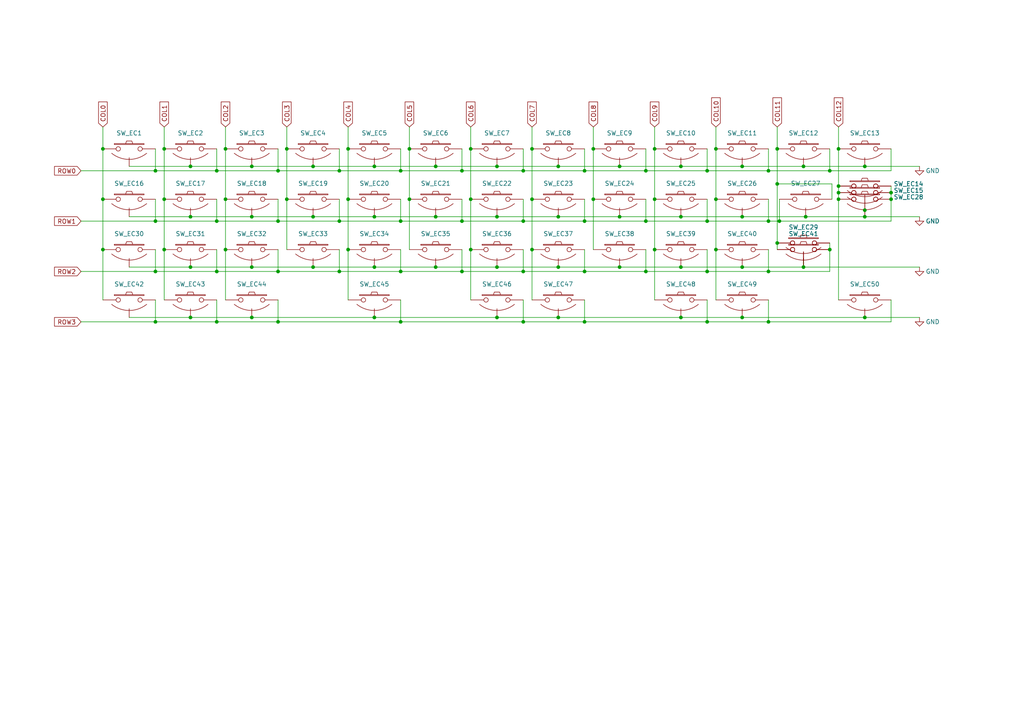
<source format=kicad_sch>
(kicad_sch (version 20230121) (generator eeschema)
  (paper "A4")
  (lib_symbols
    (symbol "cipulot_parts:EC_SW" (pin_numbers hide) (pin_names (offset 1.016) hide)
      (property "Reference" "SW" (at 3.81 2.794 0))
      (property "Value" "EC_SW" (at -3.81 3.81 0))
      (symbol "EC_SW_0_1"
        (arc (start -5.08 -1.27) (mid 0 -3.052) (end 5.08 -1.27))
        (rectangle (start -4.318 1.27) (end 4.318 1.524))
        (polyline (pts (xy -1.016 1.524) (xy -0.762 2.286) (xy 0.762 2.286) (xy 1.016 1.524)))
        (pin passive inverted (at -7.62 0 0) (length 5.08) (name "1") (number "1"))
        (pin passive inverted (at 7.62 0 180) (length 5.08) (name "2") (number "2"))
      )
      (symbol "EC_SW_1_1"
        (pin input line (at 0 -5.08 90) (length 2.54) (name "SG") (number "3"))
      )
    )
    (symbol "power:GND" (power) (pin_names (offset 0))
      (property "Value" "GND" (at 0 -3.81 0))
      (symbol "GND_0_1"
        (polyline (pts (xy 0 0) (xy 0 -1.27) (xy 1.27 -1.27) (xy 0 -2.54) (xy -1.27 -1.27) (xy 0 -1.27)))
      )
      (symbol "GND_1_1"
        (pin power_in line (at 0 0 270) (length 0) hide (name "GND") (number "1"))
      )
    )
  )
  (junction (at 179.705 62.865))
  (junction (at 136.525 57.785))
  (junction (at 222.885 78.74))
  (junction (at 179.705 77.47))
  (junction (at 80.645 49.53))
  (junction (at 55.245 92.075))
  (junction (at 187.325 78.74))
  (junction (at 62.865 78.74))
  (junction (at 73.025 62.865))
  (junction (at 197.485 77.47))
  (junction (at 98.425 78.74))
  (junction (at 45.085 49.53))
  (junction (at 151.765 93.345))
  (junction (at 233.68 62.865))
  (junction (at 126.365 77.47))
  (junction (at 80.645 93.345))
  (junction (at 73.025 77.47))
  (junction (at 133.985 78.74))
  (junction (at 243.205 55.88))
  (junction (at 100.965 57.785))
  (junction (at 205.105 49.53))
  (junction (at 116.205 78.74))
  (junction (at 29.845 43.18))
  (junction (at 65.405 43.18))
  (junction (at 29.845 57.785))
  (junction (at 100.965 43.18))
  (junction (at 126.365 62.865))
  (junction (at 73.025 48.26))
  (junction (at 108.585 92.075))
  (junction (at 62.865 93.345))
  (junction (at 154.305 57.785))
  (junction (at 45.085 93.345))
  (junction (at 118.745 57.785))
  (junction (at 116.205 49.53))
  (junction (at 116.205 93.345))
  (junction (at 187.325 64.135))
  (junction (at 233.045 48.26))
  (junction (at 144.145 48.26))
  (junction (at 136.525 43.18))
  (junction (at 161.925 62.865))
  (junction (at 151.765 78.74))
  (junction (at 197.485 92.075))
  (junction (at 225.425 53.34))
  (junction (at 172.085 57.785))
  (junction (at 100.965 72.39))
  (junction (at 83.185 57.785))
  (junction (at 136.525 72.39))
  (junction (at 154.305 72.39))
  (junction (at 118.745 43.18))
  (junction (at 62.865 49.53))
  (junction (at 65.405 72.39))
  (junction (at 83.185 43.18))
  (junction (at 215.265 92.075))
  (junction (at 207.645 72.39))
  (junction (at 108.585 62.865))
  (junction (at 55.245 48.26))
  (junction (at 179.705 48.26))
  (junction (at 161.925 48.26))
  (junction (at 90.805 48.26))
  (junction (at 205.105 93.345))
  (junction (at 250.825 92.075))
  (junction (at 133.985 49.53))
  (junction (at 222.885 49.53))
  (junction (at 169.545 78.74))
  (junction (at 154.305 43.18))
  (junction (at 144.145 62.865))
  (junction (at 243.205 57.785))
  (junction (at 258.445 55.88))
  (junction (at 250.825 48.26))
  (junction (at 80.645 78.74))
  (junction (at 151.765 64.135))
  (junction (at 47.625 57.785))
  (junction (at 133.985 64.135))
  (junction (at 225.425 70.485))
  (junction (at 169.545 49.53))
  (junction (at 243.205 53.975))
  (junction (at 215.265 77.47))
  (junction (at 169.545 64.135))
  (junction (at 233.045 77.47))
  (junction (at 90.805 77.47))
  (junction (at 205.105 78.74))
  (junction (at 207.645 43.18))
  (junction (at 108.585 77.47))
  (junction (at 45.085 64.135))
  (junction (at 258.445 57.785))
  (junction (at 62.865 64.135))
  (junction (at 151.765 49.53))
  (junction (at 161.925 77.47))
  (junction (at 144.145 92.075))
  (junction (at 47.625 43.18))
  (junction (at 189.865 72.39))
  (junction (at 207.645 57.785))
  (junction (at 47.625 72.39))
  (junction (at 144.145 77.47))
  (junction (at 116.205 64.135))
  (junction (at 126.365 48.26))
  (junction (at 90.805 62.865))
  (junction (at 65.405 57.785))
  (junction (at 55.245 77.47))
  (junction (at 197.485 62.865))
  (junction (at 73.025 92.075))
  (junction (at 205.105 64.135))
  (junction (at 222.885 93.345))
  (junction (at 187.325 49.53))
  (junction (at 215.265 48.26))
  (junction (at 45.085 78.74))
  (junction (at 250.825 62.865))
  (junction (at 55.245 62.865))
  (junction (at 172.085 43.18))
  (junction (at 98.425 49.53))
  (junction (at 222.885 64.135))
  (junction (at 161.925 92.075))
  (junction (at 215.265 62.865))
  (junction (at 189.865 57.785))
  (junction (at 226.06 64.135))
  (junction (at 98.425 64.135))
  (junction (at 243.205 43.18))
  (junction (at 225.425 43.18))
  (junction (at 240.665 72.39))
  (junction (at 80.645 64.135))
  (junction (at 197.485 48.26))
  (junction (at 169.545 93.345))
  (junction (at 240.665 49.53))
  (junction (at 189.865 43.18))
  (junction (at 108.585 48.26))
  (junction (at 29.845 72.39))
  (junction (at 250.825 60.96))
  (wire (pts (xy 83.185 72.39) (xy 83.185 57.785)))
  (wire (pts (xy 169.545 86.995) (xy 169.545 93.345)))
  (wire (pts (xy 222.885 86.995) (xy 222.885 93.345)))
  (wire (pts (xy 29.845 43.18) (xy 29.845 57.785)))
  (wire (pts (xy 154.305 36.83) (xy 154.305 43.18)))
  (wire (pts (xy 47.625 57.785) (xy 47.625 72.39)))
  (wire (pts (xy 98.425 43.18) (xy 98.425 49.53)))
  (wire (pts (xy 197.485 77.47) (xy 215.265 77.47)))
  (wire (pts (xy 108.585 77.47) (xy 126.365 77.47)))
  (wire (pts (xy 62.865 57.785) (xy 62.865 64.135)))
  (wire (pts (xy 243.205 53.975) (xy 243.205 55.88)))
  (wire (pts (xy 151.765 43.18) (xy 151.765 49.53)))
  (wire (pts (xy 240.665 72.39) (xy 240.665 78.74)))
  (wire (pts (xy 161.925 62.865) (xy 179.705 62.865)))
  (wire (pts (xy 151.765 57.785) (xy 151.765 64.135)))
  (wire (pts (xy 154.305 57.785) (xy 154.305 72.39)))
  (wire (pts (xy 258.445 55.88) (xy 258.445 57.785)))
  (wire (pts (xy 45.085 93.345) (xy 62.865 93.345)))
  (wire (pts (xy 62.865 64.135) (xy 80.645 64.135)))
  (wire (pts (xy 118.745 57.785) (xy 118.745 72.39)))
  (wire (pts (xy 100.965 43.18) (xy 100.965 57.785)))
  (wire (pts (xy 133.985 49.53) (xy 151.765 49.53)))
  (wire (pts (xy 29.845 72.39) (xy 29.845 86.995)))
  (wire (pts (xy 179.705 48.26) (xy 197.485 48.26)))
  (wire (pts (xy 205.105 93.345) (xy 222.885 93.345)))
  (wire (pts (xy 62.865 43.18) (xy 62.865 49.53)))
  (wire (pts (xy 83.185 43.18) (xy 83.185 57.785)))
  (wire (pts (xy 65.405 43.18) (xy 65.405 57.785)))
  (wire (pts (xy 225.425 70.485) (xy 225.425 72.39)))
  (wire (pts (xy 23.495 64.135) (xy 45.085 64.135)))
  (wire (pts (xy 126.365 62.865) (xy 144.145 62.865)))
  (wire (pts (xy 169.545 78.74) (xy 187.325 78.74)))
  (wire (pts (xy 100.965 36.83) (xy 100.965 43.18)))
  (wire (pts (xy 98.425 72.39) (xy 98.425 78.74)))
  (wire (pts (xy 80.645 93.345) (xy 116.205 93.345)))
  (wire (pts (xy 169.545 49.53) (xy 187.325 49.53)))
  (wire (pts (xy 80.645 64.135) (xy 98.425 64.135)))
  (wire (pts (xy 45.085 86.995) (xy 45.085 93.345)))
  (wire (pts (xy 151.765 78.74) (xy 169.545 78.74)))
  (wire (pts (xy 207.645 72.39) (xy 207.645 86.995)))
  (wire (pts (xy 205.105 64.135) (xy 222.885 64.135)))
  (wire (pts (xy 83.185 36.83) (xy 83.185 43.18)))
  (wire (pts (xy 62.865 93.345) (xy 80.645 93.345)))
  (wire (pts (xy 136.525 43.18) (xy 136.525 57.785)))
  (wire (pts (xy 187.325 64.135) (xy 205.105 64.135)))
  (wire (pts (xy 226.06 57.785) (xy 226.06 64.135)))
  (wire (pts (xy 133.985 64.135) (xy 151.765 64.135)))
  (wire (pts (xy 205.105 86.995) (xy 205.105 93.345)))
  (wire (pts (xy 23.495 49.53) (xy 45.085 49.53)))
  (wire (pts (xy 37.465 92.075) (xy 55.245 92.075)))
  (wire (pts (xy 73.025 77.47) (xy 90.805 77.47)))
  (wire (pts (xy 47.625 72.39) (xy 47.625 86.995)))
  (wire (pts (xy 187.325 78.74) (xy 205.105 78.74)))
  (wire (pts (xy 222.885 49.53) (xy 240.665 49.53)))
  (wire (pts (xy 116.205 78.74) (xy 133.985 78.74)))
  (wire (pts (xy 240.665 70.485) (xy 240.665 72.39)))
  (wire (pts (xy 258.445 86.995) (xy 258.445 93.345)))
  (wire (pts (xy 225.425 53.34) (xy 225.425 70.485)))
  (wire (pts (xy 161.925 92.075) (xy 197.485 92.075)))
  (wire (pts (xy 233.045 77.47) (xy 266.7 77.47)))
  (wire (pts (xy 222.885 64.135) (xy 226.06 64.135)))
  (wire (pts (xy 151.765 93.345) (xy 169.545 93.345)))
  (wire (pts (xy 45.085 78.74) (xy 62.865 78.74)))
  (wire (pts (xy 47.625 36.83) (xy 47.625 43.18)))
  (wire (pts (xy 80.645 57.785) (xy 80.645 64.135)))
  (wire (pts (xy 116.205 49.53) (xy 133.985 49.53)))
  (wire (pts (xy 144.145 77.47) (xy 161.925 77.47)))
  (wire (pts (xy 116.205 86.995) (xy 116.205 93.345)))
  (wire (pts (xy 187.325 57.785) (xy 187.325 64.135)))
  (wire (pts (xy 55.245 77.47) (xy 73.025 77.47)))
  (wire (pts (xy 169.545 43.18) (xy 169.545 49.53)))
  (wire (pts (xy 144.145 62.865) (xy 161.925 62.865)))
  (wire (pts (xy 98.425 78.74) (xy 116.205 78.74)))
  (wire (pts (xy 144.145 48.26) (xy 161.925 48.26)))
  (wire (pts (xy 55.245 92.075) (xy 73.025 92.075)))
  (wire (pts (xy 225.425 43.18) (xy 225.425 53.34)))
  (wire (pts (xy 169.545 72.39) (xy 169.545 78.74)))
  (wire (pts (xy 47.625 43.18) (xy 47.625 57.785)))
  (wire (pts (xy 98.425 49.53) (xy 116.205 49.53)))
  (wire (pts (xy 233.68 62.865) (xy 250.825 62.865)))
  (wire (pts (xy 205.105 78.74) (xy 222.885 78.74)))
  (wire (pts (xy 37.465 48.26) (xy 55.245 48.26)))
  (wire (pts (xy 23.495 78.74) (xy 45.085 78.74)))
  (wire (pts (xy 225.425 36.83) (xy 225.425 43.18)))
  (wire (pts (xy 90.805 62.865) (xy 108.585 62.865)))
  (wire (pts (xy 73.025 92.075) (xy 108.585 92.075)))
  (wire (pts (xy 108.585 48.26) (xy 126.365 48.26)))
  (wire (pts (xy 189.865 43.18) (xy 189.865 57.785)))
  (wire (pts (xy 222.885 43.18) (xy 222.885 49.53)))
  (wire (pts (xy 187.325 43.18) (xy 187.325 49.53)))
  (wire (pts (xy 205.105 43.18) (xy 205.105 49.53)))
  (wire (pts (xy 90.805 48.26) (xy 108.585 48.26)))
  (wire (pts (xy 207.645 43.18) (xy 207.645 57.785)))
  (wire (pts (xy 45.085 49.53) (xy 62.865 49.53)))
  (wire (pts (xy 207.645 57.785) (xy 207.645 72.39)))
  (wire (pts (xy 136.525 72.39) (xy 136.525 86.995)))
  (wire (pts (xy 222.885 78.74) (xy 240.665 78.74)))
  (wire (pts (xy 222.885 72.39) (xy 222.885 78.74)))
  (wire (pts (xy 116.205 93.345) (xy 151.765 93.345)))
  (wire (pts (xy 215.265 62.865) (xy 233.68 62.865)))
  (wire (pts (xy 243.205 43.18) (xy 243.205 53.975)))
  (wire (pts (xy 154.305 72.39) (xy 154.305 86.995)))
  (wire (pts (xy 116.205 64.135) (xy 133.985 64.135)))
  (wire (pts (xy 172.085 57.785) (xy 172.085 72.39)))
  (wire (pts (xy 100.965 57.785) (xy 100.965 72.39)))
  (wire (pts (xy 225.425 53.34) (xy 241.3 53.34)))
  (wire (pts (xy 151.765 72.39) (xy 151.765 78.74)))
  (wire (pts (xy 240.665 43.18) (xy 240.665 49.53)))
  (wire (pts (xy 118.745 36.83) (xy 118.745 43.18)))
  (wire (pts (xy 116.205 57.785) (xy 116.205 64.135)))
  (wire (pts (xy 108.585 92.075) (xy 144.145 92.075)))
  (wire (pts (xy 207.645 36.83) (xy 207.645 43.18)))
  (wire (pts (xy 187.325 49.53) (xy 205.105 49.53)))
  (wire (pts (xy 222.885 57.785) (xy 222.885 64.135)))
  (wire (pts (xy 240.665 49.53) (xy 258.445 49.53)))
  (wire (pts (xy 45.085 64.135) (xy 62.865 64.135)))
  (wire (pts (xy 73.025 48.26) (xy 90.805 48.26)))
  (wire (pts (xy 45.085 72.39) (xy 45.085 78.74)))
  (wire (pts (xy 258.445 43.18) (xy 258.445 49.53)))
  (wire (pts (xy 62.865 72.39) (xy 62.865 78.74)))
  (wire (pts (xy 144.145 92.075) (xy 161.925 92.075)))
  (wire (pts (xy 250.825 60.96) (xy 250.825 62.865)))
  (wire (pts (xy 197.485 62.865) (xy 215.265 62.865)))
  (wire (pts (xy 62.865 49.53) (xy 80.645 49.53)))
  (wire (pts (xy 169.545 64.135) (xy 187.325 64.135)))
  (wire (pts (xy 189.865 57.785) (xy 189.865 72.39)))
  (wire (pts (xy 133.985 57.785) (xy 133.985 64.135)))
  (wire (pts (xy 233.045 75.565) (xy 233.045 77.47)))
  (wire (pts (xy 243.205 36.83) (xy 243.205 43.18)))
  (wire (pts (xy 233.045 48.26) (xy 250.825 48.26)))
  (wire (pts (xy 62.865 78.74) (xy 80.645 78.74)))
  (wire (pts (xy 136.525 57.785) (xy 136.525 72.39)))
  (wire (pts (xy 205.105 72.39) (xy 205.105 78.74)))
  (wire (pts (xy 243.205 55.88) (xy 243.205 57.785)))
  (wire (pts (xy 116.205 43.18) (xy 116.205 49.53)))
  (wire (pts (xy 189.865 36.83) (xy 189.865 43.18)))
  (wire (pts (xy 250.825 62.865) (xy 266.7 62.865)))
  (wire (pts (xy 187.325 72.39) (xy 187.325 78.74)))
  (wire (pts (xy 241.3 53.34) (xy 241.3 57.785)))
  (wire (pts (xy 65.405 72.39) (xy 65.405 86.995)))
  (wire (pts (xy 29.845 57.785) (xy 29.845 72.39)))
  (wire (pts (xy 65.405 57.785) (xy 65.405 72.39)))
  (wire (pts (xy 65.405 36.83) (xy 65.405 43.18)))
  (wire (pts (xy 250.825 48.26) (xy 266.7 48.26)))
  (wire (pts (xy 258.445 53.975) (xy 258.445 55.88)))
  (wire (pts (xy 222.885 93.345) (xy 258.445 93.345)))
  (wire (pts (xy 169.545 93.345) (xy 205.105 93.345)))
  (wire (pts (xy 45.085 43.18) (xy 45.085 49.53)))
  (wire (pts (xy 197.485 92.075) (xy 215.265 92.075)))
  (wire (pts (xy 169.545 57.785) (xy 169.545 64.135)))
  (wire (pts (xy 80.645 86.995) (xy 80.645 93.345)))
  (wire (pts (xy 37.465 77.47) (xy 55.245 77.47)))
  (wire (pts (xy 98.425 64.135) (xy 116.205 64.135)))
  (wire (pts (xy 189.865 72.39) (xy 189.865 86.995)))
  (wire (pts (xy 90.805 77.47) (xy 108.585 77.47)))
  (wire (pts (xy 126.365 77.47) (xy 144.145 77.47)))
  (wire (pts (xy 179.705 62.865) (xy 197.485 62.865)))
  (wire (pts (xy 133.985 43.18) (xy 133.985 49.53)))
  (wire (pts (xy 215.265 77.47) (xy 233.045 77.47)))
  (wire (pts (xy 250.825 92.075) (xy 266.7 92.075)))
  (wire (pts (xy 215.265 92.075) (xy 250.825 92.075)))
  (wire (pts (xy 108.585 62.865) (xy 126.365 62.865)))
  (wire (pts (xy 62.865 86.995) (xy 62.865 93.345)))
  (wire (pts (xy 215.265 48.26) (xy 233.045 48.26)))
  (wire (pts (xy 55.245 48.26) (xy 73.025 48.26)))
  (wire (pts (xy 161.925 77.47) (xy 179.705 77.47)))
  (wire (pts (xy 80.645 43.18) (xy 80.645 49.53)))
  (wire (pts (xy 80.645 49.53) (xy 98.425 49.53)))
  (wire (pts (xy 98.425 57.785) (xy 98.425 64.135)))
  (wire (pts (xy 23.495 93.345) (xy 45.085 93.345)))
  (wire (pts (xy 55.245 62.865) (xy 73.025 62.865)))
  (wire (pts (xy 226.06 64.135) (xy 258.445 64.135)))
  (wire (pts (xy 100.965 72.39) (xy 100.965 86.995)))
  (wire (pts (xy 118.745 43.18) (xy 118.745 57.785)))
  (wire (pts (xy 258.445 57.785) (xy 258.445 64.135)))
  (wire (pts (xy 73.025 62.865) (xy 90.805 62.865)))
  (wire (pts (xy 243.205 57.785) (xy 243.205 86.995)))
  (wire (pts (xy 197.485 48.26) (xy 215.265 48.26)))
  (wire (pts (xy 116.205 72.39) (xy 116.205 78.74)))
  (wire (pts (xy 161.925 48.26) (xy 179.705 48.26)))
  (wire (pts (xy 126.365 48.26) (xy 144.145 48.26)))
  (wire (pts (xy 133.985 72.39) (xy 133.985 78.74)))
  (wire (pts (xy 45.085 57.785) (xy 45.085 64.135)))
  (wire (pts (xy 151.765 49.53) (xy 169.545 49.53)))
  (wire (pts (xy 205.105 57.785) (xy 205.105 64.135)))
  (wire (pts (xy 205.105 49.53) (xy 222.885 49.53)))
  (wire (pts (xy 37.465 62.865) (xy 55.245 62.865)))
  (wire (pts (xy 136.525 36.83) (xy 136.525 43.18)))
  (wire (pts (xy 172.085 36.83) (xy 172.085 43.18)))
  (wire (pts (xy 250.825 59.055) (xy 250.825 60.96)))
  (wire (pts (xy 154.305 43.18) (xy 154.305 57.785)))
  (wire (pts (xy 133.985 78.74) (xy 151.765 78.74)))
  (wire (pts (xy 172.085 43.18) (xy 172.085 57.785)))
  (wire (pts (xy 80.645 72.39) (xy 80.645 78.74)))
  (wire (pts (xy 179.705 77.47) (xy 197.485 77.47)))
  (wire (pts (xy 151.765 64.135) (xy 169.545 64.135)))
  (wire (pts (xy 80.645 78.74) (xy 98.425 78.74)))
  (wire (pts (xy 151.765 86.995) (xy 151.765 93.345)))
  (wire (pts (xy 29.845 36.83) (xy 29.845 43.18)))
  (global_label "COL11" (shape input) (at 225.425 36.83 90) (property "Intersheetrefs" "${INTERSHEET_REFS}" (effects hide)))
  (global_label "COL4" (shape input) (at 100.965 36.83 90) (property "Intersheetrefs" "${INTERSHEET_REFS}" (effects hide)))
  (global_label "ROW3" (shape input) (at 23.495 93.345 180) (property "Intersheetrefs" "${INTERSHEET_REFS}" (effects hide)))
  (global_label "ROW2" (shape input) (at 23.495 78.74 180) (property "Intersheetrefs" "${INTERSHEET_REFS}" (effects hide)))
  (global_label "COL10" (shape input) (at 207.645 36.83 90) (property "Intersheetrefs" "${INTERSHEET_REFS}" (effects hide)))
  (global_label "COL2" (shape input) (at 65.405 36.83 90) (property "Intersheetrefs" "${INTERSHEET_REFS}" (effects hide)))
  (global_label "COL7" (shape input) (at 154.305 36.83 90) (property "Intersheetrefs" "${INTERSHEET_REFS}" (effects hide)))
  (global_label "COL3" (shape input) (at 83.185 36.83 90) (property "Intersheetrefs" "${INTERSHEET_REFS}" (effects hide)))
  (global_label "COL6" (shape input) (at 136.525 36.83 90) (property "Intersheetrefs" "${INTERSHEET_REFS}" (effects hide)))
  (global_label "COL9" (shape input) (at 189.865 36.83 90) (property "Intersheetrefs" "${INTERSHEET_REFS}" (effects hide)))
  (global_label "COL5" (shape input) (at 118.745 36.83 90) (property "Intersheetrefs" "${INTERSHEET_REFS}" (effects hide)))
  (global_label "ROW1" (shape input) (at 23.495 64.135 180) (property "Intersheetrefs" "${INTERSHEET_REFS}" (effects hide)))
  (global_label "COL8" (shape input) (at 172.085 36.83 90) (property "Intersheetrefs" "${INTERSHEET_REFS}" (effects hide)))
  (global_label "ROW0" (shape input) (at 23.495 49.53 180) (property "Intersheetrefs" "${INTERSHEET_REFS}" (effects hide)))
  (global_label "COL0" (shape input) (at 29.845 36.83 90) (property "Intersheetrefs" "${INTERSHEET_REFS}" (effects hide)))
  (global_label "COL12" (shape input) (at 243.205 36.83 90) (property "Intersheetrefs" "${INTERSHEET_REFS}" (effects hide)))
  (global_label "COL1" (shape input) (at 47.625 36.83 90) (property "Intersheetrefs" "${INTERSHEET_REFS}" (effects hide)))
  (symbol (lib_id "cipulot_parts:EC_SW") (at 73.025 86.995 0) (unit 1)
    (property "Reference" "SW_EC41" (at 73.025 82.423 0))
    (property "Value" "Topre" (effects hide))
    (property "Footprint" "cipulot_parts:ecs_pad_1U_no_ring" (effects hide))
    (instances (project "Infernum HS" (path "" (reference "SW_EC44") (unit 1))) (project "ampersand" (path "" (reference "SW_EC41") (unit 1))) (project "forti EC" (path "" (reference "SW_EC3") (unit 1))))
  )
  (symbol (lib_id "power:GND") (at 266.7 62.865 0) (unit 1)
    (property "Reference" "#PWR02" (effects hide))
    (property "Value" "GND" (at 270.51 64.135 0))
    (instances (project "Infernum HS" (path "" (reference "#PWR027") (unit 1))) (project "ampersand" (path "" (reference "#PWR02") (unit 1))) (project "forti EC" (path "" (reference "#PWR014") (unit 1))))
  )
  (symbol (lib_id "cipulot_parts:EC_SW") (at 90.805 57.785 0) (unit 1)
    (property "Reference" "SW_EC17" (at 90.805 53.213 0))
    (property "Value" "Topre" (effects hide))
    (property "Footprint" "cipulot_parts:ecs_pad_1U_no_ring" (effects hide))
    (instances (project "Infernum HS" (path "" (reference "SW_EC19") (unit 1))) (project "ampersand" (path "" (reference "SW_EC17") (unit 1))) (project "forti EC" (path "" (reference "SW_EC4") (unit 1))))
  )
  (symbol (lib_id "cipulot_parts:EC_SW") (at 126.365 57.785 0) (unit 1)
    (property "Reference" "SW_EC19" (at 126.365 53.213 0))
    (property "Value" "Topre" (effects hide))
    (property "Footprint" "cipulot_parts:ecs_pad_1U_no_ring" (effects hide))
    (instances (project "Infernum HS" (path "" (reference "SW_EC21") (unit 1))) (project "ampersand" (path "" (reference "SW_EC19") (unit 1))) (project "forti EC" (path "" (reference "SW_EC6") (unit 1))))
  )
  (symbol (lib_id "cipulot_parts:EC_SW") (at 215.265 86.995 0) (unit 1)
    (property "Reference" "SW_EC49" (at 215.265 82.423 0))
    (property "Value" "Topre" (effects hide))
    (property "Footprint" "cipulot_parts:ecs_pad_1U_no_ring" (effects hide))
    (instances (project "Infernum HS" (path "" (reference "SW_EC49") (unit 1))) (project "ampersand" (path "" (reference "SW_EC49") (unit 1))) (project "forti EC" (path "" (reference "SW_EC11") (unit 1))))
  )
  (symbol (lib_id "cipulot_parts:EC_SW") (at 250.825 55.88 0) (unit 1)
    (property "Reference" "SW_EC44" (at 263.525 55.245 0))
    (property "Value" "Topre" (effects hide))
    (property "Footprint" "cipulot_parts:ecs_pad_1U_no_ring" (effects hide))
    (instances (project "Infernum HS" (path "" (reference "SW_EC15") (unit 1))) (project "ampersand" (path "" (reference "SW_EC44") (unit 1))) (project "forti EC" (path "" (reference "SW_EC12") (unit 1))))
  )
  (symbol (lib_id "cipulot_parts:EC_SW") (at 215.265 72.39 0) (unit 1)
    (property "Reference" "SW_EC37" (at 215.265 67.818 0))
    (property "Value" "Topre" (effects hide))
    (property "Footprint" "cipulot_parts:ecs_pad_1U_no_ring" (effects hide))
    (instances (project "Infernum HS" (path "" (reference "SW_EC40") (unit 1))) (project "ampersand" (path "" (reference "SW_EC37") (unit 1))) (project "forti EC" (path "" (reference "SW_EC11") (unit 1))))
  )
  (symbol (lib_id "cipulot_parts:EC_SW") (at 161.925 86.995 0) (unit 1)
    (property "Reference" "SW_EC45" (at 161.925 82.423 0))
    (property "Value" "Topre" (effects hide))
    (property "Footprint" "cipulot_parts:ecs_pad_1U_no_ring" (effects hide))
    (instances (project "Infernum HS" (path "" (reference "SW_EC47") (unit 1))) (project "ampersand" (path "" (reference "SW_EC45") (unit 1))) (project "forti EC" (path "" (reference "SW_EC7") (unit 1))))
  )
  (symbol (lib_id "cipulot_parts:EC_SW") (at 197.485 72.39 0) (unit 1)
    (property "Reference" "SW_EC36" (at 197.485 67.818 0))
    (property "Value" "Topre" (effects hide))
    (property "Footprint" "cipulot_parts:ecs_pad_1U_no_ring" (effects hide))
    (instances (project "Infernum HS" (path "" (reference "SW_EC39") (unit 1))) (project "ampersand" (path "" (reference "SW_EC36") (unit 1))) (project "forti EC" (path "" (reference "SW_EC10") (unit 1))))
  )
  (symbol (lib_id "cipulot_parts:EC_SW") (at 233.68 57.785 0) (unit 1)
    (property "Reference" "SW_EC25" (at 233.68 53.213 0))
    (property "Value" "Topre" (effects hide))
    (property "Footprint" "cipulot_parts:ecs_pad_1U_no_ring_1u_edge_cut" (effects hide))
    (instances (project "Infernum HS" (path "" (reference "SW_EC27") (unit 1))) (project "ampersand" (path "" (reference "SW_EC25") (unit 1))) (project "forti EC" (path "" (reference "SW_EC12") (unit 1))))
  )
  (symbol (lib_id "cipulot_parts:EC_SW") (at 126.365 43.18 0) (unit 1)
    (property "Reference" "SW_EC6" (at 126.365 38.608 0))
    (property "Value" "Topre" (effects hide))
    (property "Footprint" "cipulot_parts:ecs_pad_1U_no_ring" (effects hide))
  )
  (symbol (lib_id "cipulot_parts:EC_SW") (at 108.585 72.39 0) (unit 1)
    (property "Reference" "SW_EC31" (at 108.585 67.818 0))
    (property "Value" "Topre" (effects hide))
    (property "Footprint" "cipulot_parts:ecs_pad_1U_no_ring" (effects hide))
    (instances (project "Infernum HS" (path "" (reference "SW_EC34") (unit 1))) (project "ampersand" (path "" (reference "SW_EC31") (unit 1))) (project "forti EC" (path "" (reference "SW_EC5") (unit 1))))
  )
  (symbol (lib_id "cipulot_parts:EC_SW") (at 197.485 43.18 0) (unit 1)
    (property "Reference" "SW_EC10" (at 197.485 38.608 0))
    (property "Value" "Topre" (effects hide))
    (property "Footprint" "cipulot_parts:ecs_pad_1U_no_ring" (effects hide))
  )
  (symbol (lib_id "cipulot_parts:EC_SW") (at 144.145 72.39 0) (unit 1)
    (property "Reference" "SW_EC33" (at 144.145 67.818 0))
    (property "Value" "Topre" (effects hide))
    (property "Footprint" "cipulot_parts:ecs_pad_1U_no_ring" (effects hide))
    (instances (project "Infernum HS" (path "" (reference "SW_EC36") (unit 1))) (project "ampersand" (path "" (reference "SW_EC33") (unit 1))) (project "forti EC" (path "" (reference "SW_EC7") (unit 1))))
  )
  (symbol (lib_id "cipulot_parts:EC_SW") (at 233.045 43.18 0) (unit 1)
    (property "Reference" "SW_EC12" (at 233.045 38.608 0))
    (property "Value" "Topre" (effects hide))
    (property "Footprint" "cipulot_parts:ecs_pad_1U_no_ring" (effects hide))
  )
  (symbol (lib_id "cipulot_parts:EC_SW") (at 144.145 57.785 0) (unit 1)
    (property "Reference" "SW_EC20" (at 144.145 53.213 0))
    (property "Value" "Topre" (effects hide))
    (property "Footprint" "cipulot_parts:ecs_pad_1U_no_ring" (effects hide))
    (instances (project "Infernum HS" (path "" (reference "SW_EC22") (unit 1))) (project "ampersand" (path "" (reference "SW_EC20") (unit 1))) (project "forti EC" (path "" (reference "SW_EC7") (unit 1))))
  )
  (symbol (lib_id "cipulot_parts:EC_SW") (at 179.705 43.18 0) (unit 1)
    (property "Reference" "SW_EC9" (at 179.705 38.608 0))
    (property "Value" "Topre" (effects hide))
    (property "Footprint" "cipulot_parts:ecs_pad_1U_no_ring" (effects hide))
  )
  (symbol (lib_id "cipulot_parts:EC_SW") (at 233.045 70.485 0) (unit 1)
    (property "Reference" "SW_EC47" (at 233.045 65.913 0))
    (property "Value" "Topre" (effects hide))
    (property "Footprint" "cipulot_parts:ecs_pad_1U_no_ring" (effects hide))
    (instances (project "Infernum HS" (path "" (reference "SW_EC29") (unit 1))) (project "ampersand" (path "" (reference "SW_EC47") (unit 1))) (project "forti EC" (path "" (reference "SW_EC12") (unit 1))))
  )
  (symbol (lib_id "cipulot_parts:EC_SW") (at 55.245 86.995 0) (unit 1)
    (property "Reference" "SW_EC40" (at 55.245 82.423 0))
    (property "Value" "Topre" (effects hide))
    (property "Footprint" "cipulot_parts:ecs_pad_1U_no_ring" (effects hide))
    (instances (project "Infernum HS" (path "" (reference "SW_EC43") (unit 1))) (project "ampersand" (path "" (reference "SW_EC40") (unit 1))) (project "forti EC" (path "" (reference "SW_EC2") (unit 1))))
  )
  (symbol (lib_id "cipulot_parts:EC_SW") (at 37.465 86.995 0) (unit 1)
    (property "Reference" "SW_EC39" (at 37.465 82.423 0))
    (property "Value" "Topre" (effects hide))
    (property "Footprint" "cipulot_parts:ecs_pad_1U_no_ring" (effects hide))
    (instances (project "Infernum HS" (path "" (reference "SW_EC42") (unit 1))) (project "ampersand" (path "" (reference "SW_EC39") (unit 1))) (project "forti EC" (path "" (reference "SW_EC1") (unit 1))))
  )
  (symbol (lib_id "cipulot_parts:EC_SW") (at 108.585 43.18 0) (unit 1)
    (property "Reference" "SW_EC5" (at 108.585 38.608 0))
    (property "Value" "Topre" (effects hide))
    (property "Footprint" "cipulot_parts:ecs_pad_1U_no_ring" (effects hide))
  )
  (symbol (lib_id "cipulot_parts:EC_SW") (at 250.825 86.995 0) (unit 1)
    (property "Reference" "SW_EC50" (at 250.825 82.423 0))
    (property "Value" "Topre" (effects hide))
    (property "Footprint" "cipulot_parts:ecs_pad_1U_no_ring" (effects hide))
    (instances (project "Infernum HS" (path "" (reference "SW_EC50") (unit 1))) (project "ampersand" (path "" (reference "SW_EC50") (unit 1))) (project "forti EC" (path "" (reference "SW_EC12") (unit 1))))
  )
  (symbol (lib_id "cipulot_parts:EC_SW") (at 55.245 57.785 0) (unit 1)
    (property "Reference" "SW_EC15" (at 55.245 53.213 0))
    (property "Value" "Topre" (effects hide))
    (property "Footprint" "cipulot_parts:ecs_pad_1U_no_ring" (effects hide))
    (instances (project "Infernum HS" (path "" (reference "SW_EC17") (unit 1))) (project "ampersand" (path "" (reference "SW_EC15") (unit 1))) (project "forti EC" (path "" (reference "SW_EC2") (unit 1))))
  )
  (symbol (lib_id "cipulot_parts:EC_SW") (at 108.585 86.995 0) (unit 1)
    (property "Reference" "SW_EC43" (at 108.585 82.423 0))
    (property "Value" "Topre" (effects hide))
    (property "Footprint" "cipulot_parts:ecs_pad_1U_no_ring" (effects hide))
    (instances (project "Infernum HS" (path "" (reference "SW_EC45") (unit 1))) (project "ampersand" (path "" (reference "SW_EC43") (unit 1))) (project "forti EC" (path "" (reference "SW_EC5") (unit 1))))
  )
  (symbol (lib_id "cipulot_parts:EC_SW") (at 73.025 72.39 0) (unit 1)
    (property "Reference" "SW_EC29" (at 73.025 67.818 0))
    (property "Value" "Topre" (effects hide))
    (property "Footprint" "cipulot_parts:ecs_pad_1U_no_ring" (effects hide))
    (instances (project "Infernum HS" (path "" (reference "SW_EC32") (unit 1))) (project "ampersand" (path "" (reference "SW_EC29") (unit 1))) (project "forti EC" (path "" (reference "SW_EC3") (unit 1))))
  )
  (symbol (lib_id "cipulot_parts:EC_SW") (at 90.805 72.39 0) (unit 1)
    (property "Reference" "SW_EC30" (at 90.805 67.818 0))
    (property "Value" "Topre" (effects hide))
    (property "Footprint" "cipulot_parts:ecs_pad_1U_no_ring" (effects hide))
    (instances (project "Infernum HS" (path "" (reference "SW_EC33") (unit 1))) (project "ampersand" (path "" (reference "SW_EC30") (unit 1))) (project "forti EC" (path "" (reference "SW_EC4") (unit 1))))
  )
  (symbol (lib_id "cipulot_parts:EC_SW") (at 108.585 57.785 0) (unit 1)
    (property "Reference" "SW_EC18" (at 108.585 53.213 0))
    (property "Value" "Topre" (effects hide))
    (property "Footprint" "cipulot_parts:ecs_pad_1U_no_ring" (effects hide))
    (instances (project "Infernum HS" (path "" (reference "SW_EC20") (unit 1))) (project "ampersand" (path "" (reference "SW_EC18") (unit 1))) (project "forti EC" (path "" (reference "SW_EC5") (unit 1))))
  )
  (symbol (lib_id "cipulot_parts:EC_SW") (at 55.245 43.18 0) (unit 1)
    (property "Reference" "SW_EC2" (at 55.245 38.608 0))
    (property "Value" "Topre" (effects hide))
    (property "Footprint" "cipulot_parts:ecs_pad_1U_no_ring" (effects hide))
  )
  (symbol (lib_id "cipulot_parts:EC_SW") (at 197.485 57.785 0) (unit 1)
    (property "Reference" "SW_EC23" (at 197.485 53.213 0))
    (property "Value" "Topre" (effects hide))
    (property "Footprint" "cipulot_parts:ecs_pad_1U_no_ring" (effects hide))
    (instances (project "Infernum HS" (path "" (reference "SW_EC25") (unit 1))) (project "ampersand" (path "" (reference "SW_EC23") (unit 1))) (project "forti EC" (path "" (reference "SW_EC10") (unit 1))))
  )
  (symbol (lib_id "cipulot_parts:EC_SW") (at 73.025 43.18 0) (unit 1)
    (property "Reference" "SW_EC3" (at 73.025 38.608 0))
    (property "Value" "Topre" (effects hide))
    (property "Footprint" "cipulot_parts:ecs_pad_1U_no_ring" (effects hide))
  )
  (symbol (lib_id "cipulot_parts:EC_SW") (at 179.705 57.785 0) (unit 1)
    (property "Reference" "SW_EC22" (at 179.705 53.213 0))
    (property "Value" "Topre" (effects hide))
    (property "Footprint" "cipulot_parts:ecs_pad_1U_no_ring" (effects hide))
    (instances (project "Infernum HS" (path "" (reference "SW_EC24") (unit 1))) (project "ampersand" (path "" (reference "SW_EC22") (unit 1))) (project "forti EC" (path "" (reference "SW_EC9") (unit 1))))
  )
  (symbol (lib_id "cipulot_parts:EC_SW") (at 233.045 72.39 0) (unit 1)
    (property "Reference" "SW_EC38" (at 233.045 67.818 0))
    (property "Value" "Topre" (effects hide))
    (property "Footprint" "cipulot_parts:ecs_pad_1U_no_ring" (effects hide))
    (instances (project "Infernum HS" (path "" (reference "SW_EC41") (unit 1))) (project "ampersand" (path "" (reference "SW_EC38") (unit 1))) (project "forti EC" (path "" (reference "SW_EC12") (unit 1))))
  )
  (symbol (lib_id "cipulot_parts:EC_SW") (at 55.245 72.39 0) (unit 1)
    (property "Reference" "SW_EC28" (at 55.245 67.818 0))
    (property "Value" "Topre" (effects hide))
    (property "Footprint" "cipulot_parts:ecs_pad_1U_no_ring" (effects hide))
    (instances (project "Infernum HS" (path "" (reference "SW_EC31") (unit 1))) (project "ampersand" (path "" (reference "SW_EC28") (unit 1))) (project "forti EC" (path "" (reference "SW_EC2") (unit 1))))
  )
  (symbol (lib_id "power:GND") (at 266.7 48.26 0) (unit 1)
    (property "Reference" "#PWR01" (effects hide))
    (property "Value" "GND" (at 270.51 49.53 0))
    (instances (project "Infernum HS" (path "" (reference "#PWR026") (unit 1))) (project "ampersand" (path "" (reference "#PWR01") (unit 1))) (project "forti EC" (path "" (reference "#PWR014") (unit 1))))
  )
  (symbol (lib_id "cipulot_parts:EC_SW") (at 37.465 57.785 0) (unit 1)
    (property "Reference" "SW_EC14" (at 37.465 53.213 0))
    (property "Value" "Topre" (effects hide))
    (property "Footprint" "cipulot_parts:ecs_pad_1U_no_ring" (effects hide))
    (instances (project "Infernum HS" (path "" (reference "SW_EC16") (unit 1))) (project "ampersand" (path "" (reference "SW_EC14") (unit 1))) (project "forti EC" (path "" (reference "SW_EC1") (unit 1))))
  )
  (symbol (lib_id "cipulot_parts:EC_SW") (at 161.925 43.18 0) (unit 1)
    (property "Reference" "SW_EC8" (at 161.925 38.608 0))
    (property "Value" "Topre" (effects hide))
    (property "Footprint" "cipulot_parts:ecs_pad_1U_no_ring" (effects hide))
  )
  (symbol (lib_id "cipulot_parts:EC_SW") (at 197.485 86.995 0) (unit 1)
    (property "Reference" "SW_EC48" (at 197.485 82.423 0))
    (property "Value" "Topre" (effects hide))
    (property "Footprint" "cipulot_parts:ecs_pad_1U_no_ring" (effects hide))
    (instances (project "Infernum HS" (path "" (reference "SW_EC48") (unit 1))) (project "ampersand" (path "" (reference "SW_EC48") (unit 1))) (project "forti EC" (path "" (reference "SW_EC10") (unit 1))))
  )
  (symbol (lib_id "cipulot_parts:EC_SW") (at 179.705 72.39 0) (unit 1)
    (property "Reference" "SW_EC35" (at 179.705 67.818 0))
    (property "Value" "Topre" (effects hide))
    (property "Footprint" "cipulot_parts:ecs_pad_1U_no_ring" (effects hide))
    (instances (project "Infernum HS" (path "" (reference "SW_EC38") (unit 1))) (project "ampersand" (path "" (reference "SW_EC35") (unit 1))) (project "forti EC" (path "" (reference "SW_EC9") (unit 1))))
  )
  (symbol (lib_id "cipulot_parts:EC_SW") (at 250.825 43.18 0) (unit 1)
    (property "Reference" "SW_EC13" (at 250.825 38.608 0))
    (property "Value" "Topre" (effects hide))
    (property "Footprint" "cipulot_parts:ecs_pad_1U_no_ring" (effects hide))
    (instances (project "Infernum HS" (path "" (reference "SW_EC13") (unit 1))) (project "ampersand" (path "" (reference "SW_EC13") (unit 1))) (project "forti EC" (path "" (reference "SW_EC12") (unit 1))))
  )
  (symbol (lib_id "cipulot_parts:EC_SW") (at 144.145 43.18 0) (unit 1)
    (property "Reference" "SW_EC7" (at 144.145 38.608 0))
    (property "Value" "Topre" (effects hide))
    (property "Footprint" "cipulot_parts:ecs_pad_1U_no_ring" (effects hide))
  )
  (symbol (lib_id "cipulot_parts:EC_SW") (at 144.145 86.995 0) (unit 1)
    (property "Reference" "SW_EC42" (at 144.145 82.423 0))
    (property "Value" "Topre" (effects hide))
    (property "Footprint" "cipulot_parts:ecs_pad_1U_no_ring" (effects hide))
    (instances (project "Infernum HS" (path "" (reference "SW_EC46") (unit 1))) (project "ampersand" (path "" (reference "SW_EC42") (unit 1))) (project "forti EC" (path "" (reference "SW_EC6") (unit 1))))
  )
  (symbol (lib_id "cipulot_parts:EC_SW") (at 161.925 57.785 0) (unit 1)
    (property "Reference" "SW_EC21" (at 161.925 53.213 0))
    (property "Value" "Topre" (effects hide))
    (property "Footprint" "cipulot_parts:ecs_pad_1U_no_ring" (effects hide))
    (instances (project "Infernum HS" (path "" (reference "SW_EC23") (unit 1))) (project "ampersand" (path "" (reference "SW_EC21") (unit 1))) (project "forti EC" (path "" (reference "SW_EC8") (unit 1))))
  )
  (symbol (lib_id "cipulot_parts:EC_SW") (at 126.365 72.39 0) (unit 1)
    (property "Reference" "SW_EC32" (at 126.365 67.818 0))
    (property "Value" "Topre" (effects hide))
    (property "Footprint" "cipulot_parts:ecs_pad_1U_no_ring" (effects hide))
    (instances (project "Infernum HS" (path "" (reference "SW_EC35") (unit 1))) (project "ampersand" (path "" (reference "SW_EC32") (unit 1))) (project "forti EC" (path "" (reference "SW_EC6") (unit 1))))
  )
  (symbol (lib_id "cipulot_parts:EC_SW") (at 250.825 53.975 0) (unit 1)
    (property "Reference" "SW_EC46" (at 263.525 53.34 0))
    (property "Value" "Topre" (effects hide))
    (property "Footprint" "cipulot_parts:ecs_pad_1U_no_ring_1u_edge_cut" (effects hide))
    (instances (project "Infernum HS" (path "" (reference "SW_EC14") (unit 1))) (project "ampersand" (path "" (reference "SW_EC46") (unit 1))) (project "forti EC" (path "" (reference "SW_EC12") (unit 1))))
  )
  (symbol (lib_id "power:GND") (at 266.7 77.47 0) (unit 1)
    (property "Reference" "#PWR03" (effects hide))
    (property "Value" "GND" (at 270.51 78.74 0))
    (instances (project "Infernum HS" (path "" (reference "#PWR028") (unit 1))) (project "ampersand" (path "" (reference "#PWR03") (unit 1))) (project "forti EC" (path "" (reference "#PWR014") (unit 1))))
  )
  (symbol (lib_id "cipulot_parts:EC_SW") (at 37.465 43.18 0) (unit 1)
    (property "Reference" "SW_EC1" (at 37.465 38.608 0))
    (property "Value" "Topre" (effects hide))
    (property "Footprint" "cipulot_parts:ecs_pad_1U_no_ring" (effects hide))
  )
  (symbol (lib_id "power:GND") (at 266.7 92.075 0) (unit 1)
    (property "Reference" "#PWR04" (effects hide))
    (property "Value" "GND" (at 270.51 93.345 0))
    (instances (project "Infernum HS" (path "" (reference "#PWR029") (unit 1))) (project "ampersand" (path "" (reference "#PWR04") (unit 1))) (project "forti EC" (path "" (reference "#PWR014") (unit 1))))
  )
  (symbol (lib_id "cipulot_parts:EC_SW") (at 215.265 43.18 0) (unit 1)
    (property "Reference" "SW_EC11" (at 215.265 38.608 0))
    (property "Value" "Topre" (effects hide))
    (property "Footprint" "cipulot_parts:ecs_pad_1U_no_ring" (effects hide))
  )
  (symbol (lib_id "cipulot_parts:EC_SW") (at 161.925 72.39 0) (unit 1)
    (property "Reference" "SW_EC34" (at 161.925 67.818 0))
    (property "Value" "Topre" (effects hide))
    (property "Footprint" "cipulot_parts:ecs_pad_1U_no_ring" (effects hide))
    (instances (project "Infernum HS" (path "" (reference "SW_EC37") (unit 1))) (project "ampersand" (path "" (reference "SW_EC34") (unit 1))) (project "forti EC" (path "" (reference "SW_EC8") (unit 1))))
  )
  (symbol (lib_id "cipulot_parts:EC_SW") (at 37.465 72.39 0) (unit 1)
    (property "Reference" "SW_EC27" (at 37.465 67.818 0))
    (property "Value" "Topre" (effects hide))
    (property "Footprint" "cipulot_parts:ecs_pad_1U_no_ring" (effects hide))
    (instances (project "Infernum HS" (path "" (reference "SW_EC30") (unit 1))) (project "ampersand" (path "" (reference "SW_EC27") (unit 1))) (project "forti EC" (path "" (reference "SW_EC1") (unit 1))))
  )
  (symbol (lib_id "cipulot_parts:EC_SW") (at 250.825 57.785 0) (unit 1)
    (property "Reference" "SW_EC26" (at 263.525 57.15 0))
    (property "Value" "Topre" (effects hide))
    (property "Footprint" "cipulot_parts:ecs_pad_1U_no_ring" (effects hide))
    (instances (project "Infernum HS" (path "" (reference "SW_EC28") (unit 1))) (project "ampersand" (path "" (reference "SW_EC26") (unit 1))) (project "forti EC" (path "" (reference "SW_EC12") (unit 1))))
  )
  (symbol (lib_id "cipulot_parts:EC_SW") (at 73.025 57.785 0) (unit 1)
    (property "Reference" "SW_EC16" (at 73.025 53.213 0))
    (property "Value" "Topre" (effects hide))
    (property "Footprint" "cipulot_parts:ecs_pad_1U_no_ring" (effects hide))
    (instances (project "Infernum HS" (path "" (reference "SW_EC18") (unit 1))) (project "ampersand" (path "" (reference "SW_EC16") (unit 1))) (project "forti EC" (path "" (reference "SW_EC3") (unit 1))))
  )
  (symbol (lib_id "cipulot_parts:EC_SW") (at 90.805 43.18 0) (unit 1)
    (property "Reference" "SW_EC4" (at 90.805 38.608 0))
    (property "Value" "Topre" (effects hide))
    (property "Footprint" "cipulot_parts:ecs_pad_1U_no_ring" (effects hide))
  )
  (symbol (lib_id "cipulot_parts:EC_SW") (at 215.265 57.785 0) (unit 1)
    (property "Reference" "SW_EC24" (at 215.265 53.213 0))
    (property "Value" "Topre" (effects hide))
    (property "Footprint" "cipulot_parts:ecs_pad_1U_no_ring" (effects hide))
    (instances (project "Infernum HS" (path "" (reference "SW_EC26") (unit 1))) (project "ampersand" (path "" (reference "SW_EC24") (unit 1))) (project "forti EC" (path "" (reference "SW_EC11") (unit 1))))
  )
)
</source>
